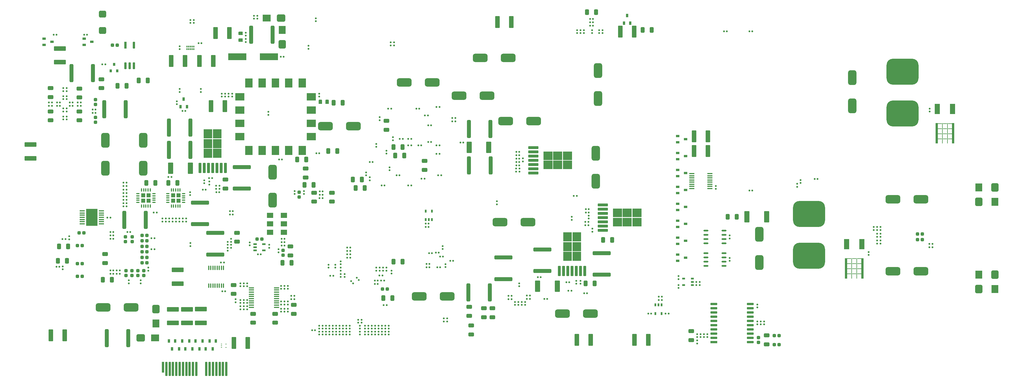
<source format=gbp>
G04*
G04 #@! TF.GenerationSoftware,Altium Limited,Altium Designer,24.1.2 (44)*
G04*
G04 Layer_Color=128*
%FSLAX44Y44*%
%MOMM*%
G71*
G04*
G04 #@! TF.SameCoordinates,140FFB89-E29E-458A-976C-A302E020C20F*
G04*
G04*
G04 #@! TF.FilePolarity,Positive*
G04*
G01*
G75*
%ADD25R,1.2700X0.2540*%
%ADD26R,0.6350X6.0960*%
%ADD27R,0.2540X6.0960*%
%ADD28R,2.7100X2.5750*%
%ADD29R,1.3000X1.3000*%
G04:AMPARAMS|DCode=33|XSize=0.508mm|YSize=0.508mm|CornerRadius=0.1524mm|HoleSize=0mm|Usage=FLASHONLY|Rotation=90.000|XOffset=0mm|YOffset=0mm|HoleType=Round|Shape=RoundedRectangle|*
%AMROUNDEDRECTD33*
21,1,0.5080,0.2032,0,0,90.0*
21,1,0.2032,0.5080,0,0,90.0*
1,1,0.3048,0.1016,0.1016*
1,1,0.3048,0.1016,-0.1016*
1,1,0.3048,-0.1016,-0.1016*
1,1,0.3048,-0.1016,0.1016*
%
%ADD33ROUNDEDRECTD33*%
G04:AMPARAMS|DCode=34|XSize=0.508mm|YSize=0.508mm|CornerRadius=0.1524mm|HoleSize=0mm|Usage=FLASHONLY|Rotation=180.000|XOffset=0mm|YOffset=0mm|HoleType=Round|Shape=RoundedRectangle|*
%AMROUNDEDRECTD34*
21,1,0.5080,0.2032,0,0,180.0*
21,1,0.2032,0.5080,0,0,180.0*
1,1,0.3048,-0.1016,0.1016*
1,1,0.3048,0.1016,0.1016*
1,1,0.3048,0.1016,-0.1016*
1,1,0.3048,-0.1016,-0.1016*
%
%ADD34ROUNDEDRECTD34*%
G04:AMPARAMS|DCode=35|XSize=1.6256mm|YSize=1.1176mm|CornerRadius=0.1397mm|HoleSize=0mm|Usage=FLASHONLY|Rotation=90.000|XOffset=0mm|YOffset=0mm|HoleType=Round|Shape=RoundedRectangle|*
%AMROUNDEDRECTD35*
21,1,1.6256,0.8382,0,0,90.0*
21,1,1.3462,1.1176,0,0,90.0*
1,1,0.2794,0.4191,0.6731*
1,1,0.2794,0.4191,-0.6731*
1,1,0.2794,-0.4191,-0.6731*
1,1,0.2794,-0.4191,0.6731*
%
%ADD35ROUNDEDRECTD35*%
G04:AMPARAMS|DCode=36|XSize=1.143mm|YSize=5.461mm|CornerRadius=0.2858mm|HoleSize=0mm|Usage=FLASHONLY|Rotation=0.000|XOffset=0mm|YOffset=0mm|HoleType=Round|Shape=RoundedRectangle|*
%AMROUNDEDRECTD36*
21,1,1.1430,4.8895,0,0,0.0*
21,1,0.5715,5.4610,0,0,0.0*
1,1,0.5715,0.2858,-2.4448*
1,1,0.5715,-0.2858,-2.4448*
1,1,0.5715,-0.2858,2.4448*
1,1,0.5715,0.2858,2.4448*
%
%ADD36ROUNDEDRECTD36*%
%ADD38R,1.5748X3.0480*%
G04:AMPARAMS|DCode=39|XSize=1.524mm|YSize=0.4064mm|CornerRadius=0.0914mm|HoleSize=0mm|Usage=FLASHONLY|Rotation=180.000|XOffset=0mm|YOffset=0mm|HoleType=Round|Shape=RoundedRectangle|*
%AMROUNDEDRECTD39*
21,1,1.5240,0.2235,0,0,180.0*
21,1,1.3411,0.4064,0,0,180.0*
1,1,0.1829,-0.6706,0.1118*
1,1,0.1829,0.6706,0.1118*
1,1,0.1829,0.6706,-0.1118*
1,1,0.1829,-0.6706,-0.1118*
%
%ADD39ROUNDEDRECTD39*%
G04:AMPARAMS|DCode=40|XSize=1.524mm|YSize=0.4064mm|CornerRadius=0.0305mm|HoleSize=0mm|Usage=FLASHONLY|Rotation=0.000|XOffset=0mm|YOffset=0mm|HoleType=Round|Shape=RoundedRectangle|*
%AMROUNDEDRECTD40*
21,1,1.5240,0.3454,0,0,0.0*
21,1,1.4630,0.4064,0,0,0.0*
1,1,0.0610,0.7315,-0.1727*
1,1,0.0610,-0.7315,-0.1727*
1,1,0.0610,-0.7315,0.1727*
1,1,0.0610,0.7315,0.1727*
%
%ADD40ROUNDEDRECTD40*%
%ADD42R,0.7112X1.0160*%
G04:AMPARAMS|DCode=44|XSize=0.508mm|YSize=0.508mm|CornerRadius=0.127mm|HoleSize=0mm|Usage=FLASHONLY|Rotation=180.000|XOffset=0mm|YOffset=0mm|HoleType=Round|Shape=RoundedRectangle|*
%AMROUNDEDRECTD44*
21,1,0.5080,0.2540,0,0,180.0*
21,1,0.2540,0.5080,0,0,180.0*
1,1,0.2540,-0.1270,0.1270*
1,1,0.2540,0.1270,0.1270*
1,1,0.2540,0.1270,-0.1270*
1,1,0.2540,-0.1270,-0.1270*
%
%ADD44ROUNDEDRECTD44*%
G04:AMPARAMS|DCode=45|XSize=4.4mm|YSize=2.5mm|CornerRadius=0.625mm|HoleSize=0mm|Usage=FLASHONLY|Rotation=270.000|XOffset=0mm|YOffset=0mm|HoleType=Round|Shape=RoundedRectangle|*
%AMROUNDEDRECTD45*
21,1,4.4000,1.2500,0,0,270.0*
21,1,3.1500,2.5000,0,0,270.0*
1,1,1.2500,-0.6250,-1.5750*
1,1,1.2500,-0.6250,1.5750*
1,1,1.2500,0.6250,1.5750*
1,1,1.2500,0.6250,-1.5750*
%
%ADD45ROUNDEDRECTD45*%
G04:AMPARAMS|DCode=46|XSize=0.95mm|YSize=0.95mm|CornerRadius=0.1758mm|HoleSize=0mm|Usage=FLASHONLY|Rotation=270.000|XOffset=0mm|YOffset=0mm|HoleType=Round|Shape=RoundedRectangle|*
%AMROUNDEDRECTD46*
21,1,0.9500,0.5985,0,0,270.0*
21,1,0.5985,0.9500,0,0,270.0*
1,1,0.3515,-0.2993,-0.2993*
1,1,0.3515,-0.2993,0.2993*
1,1,0.3515,0.2993,0.2993*
1,1,0.3515,0.2993,-0.2993*
%
%ADD46ROUNDEDRECTD46*%
G04:AMPARAMS|DCode=47|XSize=1.6256mm|YSize=1.1176mm|CornerRadius=0.1397mm|HoleSize=0mm|Usage=FLASHONLY|Rotation=180.000|XOffset=0mm|YOffset=0mm|HoleType=Round|Shape=RoundedRectangle|*
%AMROUNDEDRECTD47*
21,1,1.6256,0.8382,0,0,180.0*
21,1,1.3462,1.1176,0,0,180.0*
1,1,0.2794,-0.6731,0.4191*
1,1,0.2794,0.6731,0.4191*
1,1,0.2794,0.6731,-0.4191*
1,1,0.2794,-0.6731,-0.4191*
%
%ADD47ROUNDEDRECTD47*%
G04:AMPARAMS|DCode=49|XSize=2.032mm|YSize=0.635mm|CornerRadius=0.0794mm|HoleSize=0mm|Usage=FLASHONLY|Rotation=180.000|XOffset=0mm|YOffset=0mm|HoleType=Round|Shape=RoundedRectangle|*
%AMROUNDEDRECTD49*
21,1,2.0320,0.4763,0,0,180.0*
21,1,1.8733,0.6350,0,0,180.0*
1,1,0.1588,-0.9366,0.2381*
1,1,0.1588,0.9366,0.2381*
1,1,0.1588,0.9366,-0.2381*
1,1,0.1588,-0.9366,-0.2381*
%
%ADD49ROUNDEDRECTD49*%
G04:AMPARAMS|DCode=50|XSize=1.397mm|YSize=3.556mm|CornerRadius=0.1746mm|HoleSize=0mm|Usage=FLASHONLY|Rotation=270.000|XOffset=0mm|YOffset=0mm|HoleType=Round|Shape=RoundedRectangle|*
%AMROUNDEDRECTD50*
21,1,1.3970,3.2068,0,0,270.0*
21,1,1.0478,3.5560,0,0,270.0*
1,1,0.3493,-1.6034,-0.5239*
1,1,0.3493,-1.6034,0.5239*
1,1,0.3493,1.6034,0.5239*
1,1,0.3493,1.6034,-0.5239*
%
%ADD50ROUNDEDRECTD50*%
%ADD51O,1.5000X0.5500*%
G04:AMPARAMS|DCode=52|XSize=3.4544mm|YSize=1.5748mm|CornerRadius=0.2598mm|HoleSize=0mm|Usage=FLASHONLY|Rotation=90.000|XOffset=0mm|YOffset=0mm|HoleType=Round|Shape=RoundedRectangle|*
%AMROUNDEDRECTD52*
21,1,3.4544,1.0551,0,0,90.0*
21,1,2.9347,1.5748,0,0,90.0*
1,1,0.5197,0.5276,1.4674*
1,1,0.5197,0.5276,-1.4674*
1,1,0.5197,-0.5276,-1.4674*
1,1,0.5197,-0.5276,1.4674*
%
%ADD52ROUNDEDRECTD52*%
G04:AMPARAMS|DCode=53|XSize=0.508mm|YSize=0.508mm|CornerRadius=0.127mm|HoleSize=0mm|Usage=FLASHONLY|Rotation=270.000|XOffset=0mm|YOffset=0mm|HoleType=Round|Shape=RoundedRectangle|*
%AMROUNDEDRECTD53*
21,1,0.5080,0.2540,0,0,270.0*
21,1,0.2540,0.5080,0,0,270.0*
1,1,0.2540,-0.1270,-0.1270*
1,1,0.2540,-0.1270,0.1270*
1,1,0.2540,0.1270,0.1270*
1,1,0.2540,0.1270,-0.1270*
%
%ADD53ROUNDEDRECTD53*%
G04:AMPARAMS|DCode=55|XSize=1.27mm|YSize=1.016mm|CornerRadius=0.127mm|HoleSize=0mm|Usage=FLASHONLY|Rotation=180.000|XOffset=0mm|YOffset=0mm|HoleType=Round|Shape=RoundedRectangle|*
%AMROUNDEDRECTD55*
21,1,1.2700,0.7620,0,0,180.0*
21,1,1.0160,1.0160,0,0,180.0*
1,1,0.2540,-0.5080,0.3810*
1,1,0.2540,0.5080,0.3810*
1,1,0.2540,0.5080,-0.3810*
1,1,0.2540,-0.5080,-0.3810*
%
%ADD55ROUNDEDRECTD55*%
G04:AMPARAMS|DCode=66|XSize=3.06mm|YSize=0.89mm|CornerRadius=0.2225mm|HoleSize=0mm|Usage=FLASHONLY|Rotation=0.000|XOffset=0mm|YOffset=0mm|HoleType=Round|Shape=RoundedRectangle|*
%AMROUNDEDRECTD66*
21,1,3.0600,0.4450,0,0,0.0*
21,1,2.6150,0.8900,0,0,0.0*
1,1,0.4450,1.3075,-0.2225*
1,1,0.4450,-1.3075,-0.2225*
1,1,0.4450,-1.3075,0.2225*
1,1,0.4450,1.3075,0.2225*
%
%ADD66ROUNDEDRECTD66*%
G04:AMPARAMS|DCode=67|XSize=4.4mm|YSize=2.5mm|CornerRadius=0.625mm|HoleSize=0mm|Usage=FLASHONLY|Rotation=180.000|XOffset=0mm|YOffset=0mm|HoleType=Round|Shape=RoundedRectangle|*
%AMROUNDEDRECTD67*
21,1,4.4000,1.2500,0,0,180.0*
21,1,3.1500,2.5000,0,0,180.0*
1,1,1.2500,-1.5750,0.6250*
1,1,1.2500,1.5750,0.6250*
1,1,1.2500,1.5750,-0.6250*
1,1,1.2500,-1.5750,-0.6250*
%
%ADD67ROUNDEDRECTD67*%
G04:AMPARAMS|DCode=68|XSize=1.143mm|YSize=5.461mm|CornerRadius=0.2858mm|HoleSize=0mm|Usage=FLASHONLY|Rotation=90.000|XOffset=0mm|YOffset=0mm|HoleType=Round|Shape=RoundedRectangle|*
%AMROUNDEDRECTD68*
21,1,1.1430,4.8895,0,0,90.0*
21,1,0.5715,5.4610,0,0,90.0*
1,1,0.5715,2.4448,0.2858*
1,1,0.5715,2.4448,-0.2858*
1,1,0.5715,-2.4448,-0.2858*
1,1,0.5715,-2.4448,0.2858*
%
%ADD68ROUNDEDRECTD68*%
G04:AMPARAMS|DCode=70|XSize=0.3mm|YSize=0.95mm|CornerRadius=0.0625mm|HoleSize=0mm|Usage=FLASHONLY|Rotation=0.000|XOffset=0mm|YOffset=0mm|HoleType=Round|Shape=RoundedRectangle|*
%AMROUNDEDRECTD70*
21,1,0.3000,0.8250,0,0,0.0*
21,1,0.1750,0.9500,0,0,0.0*
1,1,0.1250,0.0875,-0.4125*
1,1,0.1250,-0.0875,-0.4125*
1,1,0.1250,-0.0875,0.4125*
1,1,0.1250,0.0875,0.4125*
%
%ADD70ROUNDEDRECTD70*%
G04:AMPARAMS|DCode=73|XSize=0.95mm|YSize=0.95mm|CornerRadius=0.1758mm|HoleSize=0mm|Usage=FLASHONLY|Rotation=0.000|XOffset=0mm|YOffset=0mm|HoleType=Round|Shape=RoundedRectangle|*
%AMROUNDEDRECTD73*
21,1,0.9500,0.5985,0,0,0.0*
21,1,0.5985,0.9500,0,0,0.0*
1,1,0.3515,0.2993,-0.2993*
1,1,0.3515,-0.2993,-0.2993*
1,1,0.3515,-0.2993,0.2993*
1,1,0.3515,0.2993,0.2993*
%
%ADD73ROUNDEDRECTD73*%
G04:AMPARAMS|DCode=83|XSize=2.159mm|YSize=2.4638mm|CornerRadius=0.3562mm|HoleSize=0mm|Usage=FLASHONLY|Rotation=90.000|XOffset=0mm|YOffset=0mm|HoleType=Round|Shape=RoundedRectangle|*
%AMROUNDEDRECTD83*
21,1,2.1590,1.7513,0,0,90.0*
21,1,1.4465,2.4638,0,0,90.0*
1,1,0.7125,0.8757,0.7233*
1,1,0.7125,0.8757,-0.7233*
1,1,0.7125,-0.8757,-0.7233*
1,1,0.7125,-0.8757,0.7233*
%
%ADD83ROUNDEDRECTD83*%
%ADD84R,2.4638X2.1590*%
G04:AMPARAMS|DCode=86|XSize=3.429mm|YSize=5.08mm|CornerRadius=0.0857mm|HoleSize=0mm|Usage=FLASHONLY|Rotation=0.000|XOffset=0mm|YOffset=0mm|HoleType=Round|Shape=RoundedRectangle|*
%AMROUNDEDRECTD86*
21,1,3.4290,4.9086,0,0,0.0*
21,1,3.2576,5.0800,0,0,0.0*
1,1,0.1715,1.6288,-2.4543*
1,1,0.1715,-1.6288,-2.4543*
1,1,0.1715,-1.6288,2.4543*
1,1,0.1715,1.6288,2.4543*
%
%ADD86ROUNDEDRECTD86*%
%ADD100R,2.0320X0.6350*%
G04:AMPARAMS|DCode=107|XSize=0.75mm|YSize=0.85mm|CornerRadius=0.055mm|HoleSize=0mm|Usage=FLASHONLY|Rotation=180.000|XOffset=0mm|YOffset=0mm|HoleType=Round|Shape=RoundedRectangle|*
%AMROUNDEDRECTD107*
21,1,0.7500,0.7400,0,0,180.0*
21,1,0.6400,0.8500,0,0,180.0*
1,1,0.1100,-0.3200,0.3700*
1,1,0.1100,0.3200,0.3700*
1,1,0.1100,0.3200,-0.3700*
1,1,0.1100,-0.3200,-0.3700*
%
%ADD107ROUNDEDRECTD107*%
%ADD108R,0.3000X0.5500*%
%ADD109R,0.4000X0.5500*%
%ADD111R,2.1590X2.4638*%
G04:AMPARAMS|DCode=112|XSize=2.159mm|YSize=2.4638mm|CornerRadius=0.3562mm|HoleSize=0mm|Usage=FLASHONLY|Rotation=180.000|XOffset=0mm|YOffset=0mm|HoleType=Round|Shape=RoundedRectangle|*
%AMROUNDEDRECTD112*
21,1,2.1590,1.7513,0,0,180.0*
21,1,1.4465,2.4638,0,0,180.0*
1,1,0.7125,-0.7233,0.8757*
1,1,0.7125,0.7233,0.8757*
1,1,0.7125,0.7233,-0.8757*
1,1,0.7125,-0.7233,-0.8757*
%
%ADD112ROUNDEDRECTD112*%
G04:AMPARAMS|DCode=117|XSize=1.397mm|YSize=3.556mm|CornerRadius=0.1746mm|HoleSize=0mm|Usage=FLASHONLY|Rotation=0.000|XOffset=0mm|YOffset=0mm|HoleType=Round|Shape=RoundedRectangle|*
%AMROUNDEDRECTD117*
21,1,1.3970,3.2068,0,0,0.0*
21,1,1.0478,3.5560,0,0,0.0*
1,1,0.3493,0.5239,-1.6034*
1,1,0.3493,-0.5239,-1.6034*
1,1,0.3493,-0.5239,1.6034*
1,1,0.3493,0.5239,1.6034*
%
%ADD117ROUNDEDRECTD117*%
G04:AMPARAMS|DCode=118|XSize=0.3mm|YSize=0.95mm|CornerRadius=0.0625mm|HoleSize=0mm|Usage=FLASHONLY|Rotation=90.000|XOffset=0mm|YOffset=0mm|HoleType=Round|Shape=RoundedRectangle|*
%AMROUNDEDRECTD118*
21,1,0.3000,0.8250,0,0,90.0*
21,1,0.1750,0.9500,0,0,90.0*
1,1,0.1250,0.4125,0.0875*
1,1,0.1250,0.4125,-0.0875*
1,1,0.1250,-0.4125,-0.0875*
1,1,0.1250,-0.4125,0.0875*
%
%ADD118ROUNDEDRECTD118*%
G04:AMPARAMS|DCode=119|XSize=0.7mm|YSize=4.2mm|CornerRadius=0.0875mm|HoleSize=0mm|Usage=FLASHONLY|Rotation=0.000|XOffset=0mm|YOffset=0mm|HoleType=Round|Shape=RoundedRectangle|*
%AMROUNDEDRECTD119*
21,1,0.7000,4.0250,0,0,0.0*
21,1,0.5250,4.2000,0,0,0.0*
1,1,0.1750,0.2625,-2.0125*
1,1,0.1750,-0.2625,-2.0125*
1,1,0.1750,-0.2625,2.0125*
1,1,0.1750,0.2625,2.0125*
%
%ADD119ROUNDEDRECTD119*%
%ADD332R,1.0160X0.7112*%
G04:AMPARAMS|DCode=335|XSize=1.27mm|YSize=1.016mm|CornerRadius=0.127mm|HoleSize=0mm|Usage=FLASHONLY|Rotation=90.000|XOffset=0mm|YOffset=0mm|HoleType=Round|Shape=RoundedRectangle|*
%AMROUNDEDRECTD335*
21,1,1.2700,0.7620,0,0,90.0*
21,1,1.0160,1.0160,0,0,90.0*
1,1,0.2540,0.3810,0.5080*
1,1,0.2540,0.3810,-0.5080*
1,1,0.2540,-0.3810,-0.5080*
1,1,0.2540,-0.3810,0.5080*
%
%ADD335ROUNDEDRECTD335*%
G04:AMPARAMS|DCode=338|XSize=3.06mm|YSize=0.89mm|CornerRadius=0.2225mm|HoleSize=0mm|Usage=FLASHONLY|Rotation=90.000|XOffset=0mm|YOffset=0mm|HoleType=Round|Shape=RoundedRectangle|*
%AMROUNDEDRECTD338*
21,1,3.0600,0.4450,0,0,90.0*
21,1,2.6150,0.8900,0,0,90.0*
1,1,0.4450,0.2225,1.3075*
1,1,0.4450,0.2225,-1.3075*
1,1,0.4450,-0.2225,-1.3075*
1,1,0.4450,-0.2225,1.3075*
%
%ADD338ROUNDEDRECTD338*%
G04:AMPARAMS|DCode=341|XSize=2.032mm|YSize=0.635mm|CornerRadius=0.0794mm|HoleSize=0mm|Usage=FLASHONLY|Rotation=270.000|XOffset=0mm|YOffset=0mm|HoleType=Round|Shape=RoundedRectangle|*
%AMROUNDEDRECTD341*
21,1,2.0320,0.4763,0,0,270.0*
21,1,1.8733,0.6350,0,0,270.0*
1,1,0.1588,-0.2381,-0.9366*
1,1,0.1588,-0.2381,0.9366*
1,1,0.1588,0.2381,0.9366*
1,1,0.1588,0.2381,-0.9366*
%
%ADD341ROUNDEDRECTD341*%
G04:AMPARAMS|DCode=342|XSize=0.508mm|YSize=0.508mm|CornerRadius=0.127mm|HoleSize=0mm|Usage=FLASHONLY|Rotation=45.000|XOffset=0mm|YOffset=0mm|HoleType=Round|Shape=RoundedRectangle|*
%AMROUNDEDRECTD342*
21,1,0.5080,0.2540,0,0,45.0*
21,1,0.2540,0.5080,0,0,45.0*
1,1,0.2540,0.1796,0.0000*
1,1,0.2540,0.0000,-0.1796*
1,1,0.2540,-0.1796,0.0000*
1,1,0.2540,0.0000,0.1796*
%
%ADD342ROUNDEDRECTD342*%
%ADD343R,1.0160X0.6096*%
%ADD345R,5.5000X2.0000*%
G04:AMPARAMS|DCode=347|XSize=7.8mm|YSize=9.6mm|CornerRadius=1.95mm|HoleSize=0mm|Usage=FLASHONLY|Rotation=90.000|XOffset=0mm|YOffset=0mm|HoleType=Round|Shape=RoundedRectangle|*
%AMROUNDEDRECTD347*
21,1,7.8000,5.7000,0,0,90.0*
21,1,3.9000,9.6000,0,0,90.0*
1,1,3.9000,2.8500,1.9500*
1,1,3.9000,2.8500,-1.9500*
1,1,3.9000,-2.8500,-1.9500*
1,1,3.9000,-2.8500,1.9500*
%
%ADD347ROUNDEDRECTD347*%
%ADD348R,0.6350X2.0320*%
G04:AMPARAMS|DCode=350|XSize=0.7mm|YSize=3.2mm|CornerRadius=0.035mm|HoleSize=0mm|Usage=FLASHONLY|Rotation=180.000|XOffset=0mm|YOffset=0mm|HoleType=Round|Shape=RoundedRectangle|*
%AMROUNDEDRECTD350*
21,1,0.7000,3.1300,0,0,180.0*
21,1,0.6300,3.2000,0,0,180.0*
1,1,0.0700,-0.3150,1.5650*
1,1,0.0700,0.3150,1.5650*
1,1,0.0700,0.3150,-1.5650*
1,1,0.0700,-0.3150,-1.5650*
%
%ADD350ROUNDEDRECTD350*%
%ADD371R,2.5750X2.7100*%
%ADD372R,1.3000X1.3000*%
%ADD373R,1.3000X1.3000*%
%ADD374R,1.9000X1.5000*%
%ADD375R,0.5000X0.9500*%
G04:AMPARAMS|DCode=376|XSize=0.36mm|YSize=1.55mm|CornerRadius=0.016mm|HoleSize=0mm|Usage=FLASHONLY|Rotation=270.000|XOffset=0mm|YOffset=0mm|HoleType=Round|Shape=RoundedRectangle|*
%AMROUNDEDRECTD376*
21,1,0.3600,1.5180,0,0,270.0*
21,1,0.3280,1.5500,0,0,270.0*
1,1,0.0320,-0.7590,-0.1640*
1,1,0.0320,-0.7590,0.1640*
1,1,0.0320,0.7590,0.1640*
1,1,0.0320,0.7590,-0.1640*
%
%ADD376ROUNDEDRECTD376*%
%ADD377R,0.9500X0.5000*%
%ADD378O,0.3500X1.5000*%
%ADD379R,2.2500X2.7500*%
%ADD380R,2.7500X2.2500*%
G04:AMPARAMS|DCode=381|XSize=2.21mm|YSize=2.11mm|CornerRadius=0.515mm|HoleSize=0mm|Usage=FLASHONLY|Rotation=0.000|XOffset=0mm|YOffset=0mm|HoleType=Round|Shape=RoundedRectangle|*
%AMROUNDEDRECTD381*
21,1,2.2100,1.0800,0,0,0.0*
21,1,1.1800,2.1100,0,0,0.0*
1,1,1.0300,0.5900,-0.5400*
1,1,1.0300,-0.5900,-0.5400*
1,1,1.0300,-0.5900,0.5400*
1,1,1.0300,0.5900,0.5400*
%
%ADD381ROUNDEDRECTD381*%
G04:AMPARAMS|DCode=382|XSize=0.25mm|YSize=0.4mm|CornerRadius=0.05mm|HoleSize=0mm|Usage=FLASHONLY|Rotation=270.000|XOffset=0mm|YOffset=0mm|HoleType=Round|Shape=RoundedRectangle|*
%AMROUNDEDRECTD382*
21,1,0.2500,0.3000,0,0,270.0*
21,1,0.1500,0.4000,0,0,270.0*
1,1,0.1000,-0.1500,-0.0750*
1,1,0.1000,-0.1500,0.0750*
1,1,0.1000,0.1500,0.0750*
1,1,0.1000,0.1500,-0.0750*
%
%ADD382ROUNDEDRECTD382*%
D25*
X2543810Y289560D02*
D03*
X2528570D02*
D03*
X2513330D02*
D03*
X2543810Y274320D02*
D03*
X2528570D02*
D03*
X2513330D02*
D03*
X2543810Y259080D02*
D03*
X2528570D02*
D03*
X2513330D02*
D03*
X2543810Y243840D02*
D03*
X2528570D02*
D03*
X2513330D02*
D03*
X2785111Y648970D02*
D03*
X2800351D02*
D03*
X2815591D02*
D03*
X2785111Y664210D02*
D03*
X2800351D02*
D03*
X2815591D02*
D03*
X2785111Y679450D02*
D03*
X2800351D02*
D03*
X2815591D02*
D03*
X2785111Y694690D02*
D03*
X2800351D02*
D03*
X2815591D02*
D03*
D26*
X2503805Y260350D02*
D03*
X2553335D02*
D03*
X2825116Y665480D02*
D03*
X2775586D02*
D03*
D27*
X2520950Y260350D02*
D03*
X2536190D02*
D03*
X2807971Y665480D02*
D03*
X2792731D02*
D03*
D28*
X1847850Y426623D02*
D03*
X1818757Y426630D02*
D03*
X1876950Y426623D02*
D03*
X1876943Y398870D02*
D03*
X1818743Y398870D02*
D03*
X1847850Y398877D02*
D03*
X1639556Y598080D02*
D03*
X1610470Y598093D02*
D03*
X1668683Y598080D02*
D03*
X1668670Y570307D02*
D03*
X1610484Y570321D02*
D03*
X1639556Y570320D02*
D03*
D29*
X502786Y479482D02*
D03*
Y463483D02*
D03*
X486787D02*
D03*
Y479482D02*
D03*
D33*
X1919655Y124450D02*
D03*
X1910765Y124450D02*
D03*
X1962835D02*
D03*
X1971725D02*
D03*
X1332865Y701040D02*
D03*
X1326515Y283210D02*
D03*
X514985Y732790D02*
D03*
X1332865Y711200D02*
D03*
X1524635Y579120D02*
D03*
X1731645Y400050D02*
D03*
X1680845Y193040D02*
D03*
X1727835Y185371D02*
D03*
X1547495Y179105D02*
D03*
X1501140Y177835D02*
D03*
X1547495Y168945D02*
D03*
X1501140Y167675D02*
D03*
X625092Y488292D02*
D03*
X603502Y531218D02*
D03*
X338455Y486410D02*
D03*
Y496570D02*
D03*
Y517039D02*
D03*
Y506880D02*
D03*
X850265Y177800D02*
D03*
X657225Y431800D02*
D03*
X338455Y476250D02*
D03*
Y466090D02*
D03*
Y445919D02*
D03*
Y455930D02*
D03*
X2753995Y334010D02*
D03*
X2762885D02*
D03*
Y323850D02*
D03*
X2753995D02*
D03*
X1317625Y283210D02*
D03*
X657225Y421640D02*
D03*
X666115D02*
D03*
Y431800D02*
D03*
X925195Y605790D02*
D03*
X916305D02*
D03*
X925830Y471170D02*
D03*
X934720D02*
D03*
X1323975Y711200D02*
D03*
Y701040D02*
D03*
X1731645Y389890D02*
D03*
X1722755D02*
D03*
Y400050D02*
D03*
X1732915Y427990D02*
D03*
X1724025D02*
D03*
X1515745Y579120D02*
D03*
X1524635Y568960D02*
D03*
X1515745D02*
D03*
X1524635Y589280D02*
D03*
X1515745D02*
D03*
X1524635Y599440D02*
D03*
X1515745D02*
D03*
X523875Y732790D02*
D03*
X283845Y872490D02*
D03*
X274955D02*
D03*
X572135Y935990D02*
D03*
X563245D02*
D03*
X146050Y265430D02*
D03*
X137160D02*
D03*
X164465Y347980D02*
D03*
X155575D02*
D03*
X137795Y961390D02*
D03*
X128905D02*
D03*
X347345Y476250D02*
D03*
Y455930D02*
D03*
Y496570D02*
D03*
Y445919D02*
D03*
Y486410D02*
D03*
Y466090D02*
D03*
Y506880D02*
D03*
Y517039D02*
D03*
X616202Y488292D02*
D03*
X584452Y495912D02*
D03*
X575562D02*
D03*
X594612Y531218D02*
D03*
X2418715Y528320D02*
D03*
X2409825D02*
D03*
X2223135Y494030D02*
D03*
X2214245D02*
D03*
X2146935Y971550D02*
D03*
X2138045D02*
D03*
X2223135D02*
D03*
X2214245D02*
D03*
X220345Y961390D02*
D03*
X229235D02*
D03*
X841375Y167640D02*
D03*
X850265D02*
D03*
X841375Y177800D02*
D03*
X1718945Y185371D02*
D03*
X1556385Y179105D02*
D03*
Y168945D02*
D03*
X1671955Y193040D02*
D03*
X1599549Y168945D02*
D03*
X1608439D02*
D03*
X1492250Y177835D02*
D03*
Y167675D02*
D03*
D34*
X1774190Y965835D02*
D03*
X1742440D02*
D03*
X1764030D02*
D03*
X1718310D02*
D03*
X1708150D02*
D03*
X1697990D02*
D03*
X2001520Y236855D02*
D03*
Y201295D02*
D03*
X1681480Y405765D02*
D03*
X772160Y729615D02*
D03*
X1535430Y581025D02*
D03*
X1525270Y550545D02*
D03*
X1139190Y929005D02*
D03*
X1732280Y409575D02*
D03*
X1708150Y214200D02*
D03*
X1524000Y206410D02*
D03*
X1521460Y159420D02*
D03*
X1541780D02*
D03*
X1531620D02*
D03*
X1511300Y159420D02*
D03*
X1297940Y100965D02*
D03*
X739140Y1009015D02*
D03*
X625727Y499087D02*
D03*
X525780Y400685D02*
D03*
X515620D02*
D03*
X505460D02*
D03*
X660400Y348615D02*
D03*
X464820Y400685D02*
D03*
X485140D02*
D03*
X474980D02*
D03*
X454660D02*
D03*
X495300D02*
D03*
X175260Y356235D02*
D03*
X650240Y321945D02*
D03*
X156210Y257175D02*
D03*
X728980Y1009015D02*
D03*
X506730Y917575D02*
D03*
Y926465D02*
D03*
X664210Y784225D02*
D03*
Y775335D02*
D03*
X674370Y158750D02*
D03*
Y167640D02*
D03*
X892810Y927735D02*
D03*
Y918845D02*
D03*
X538480Y335915D02*
D03*
Y327025D02*
D03*
X1297940Y109855D02*
D03*
X1308100Y100965D02*
D03*
Y109855D02*
D03*
X1457440Y461374D02*
D03*
Y452484D02*
D03*
X1743710Y370205D02*
D03*
Y379095D02*
D03*
X1681480Y414655D02*
D03*
X1732280Y418465D02*
D03*
X1525270Y559435D02*
D03*
X1515110Y550545D02*
D03*
Y559435D02*
D03*
X1535430Y589915D02*
D03*
X1708150Y974725D02*
D03*
X1742440D02*
D03*
X1718310D02*
D03*
X1697990D02*
D03*
X1774190D02*
D03*
X1764030D02*
D03*
X650240Y313055D02*
D03*
X660400Y321945D02*
D03*
Y330835D02*
D03*
X650240D02*
D03*
Y339725D02*
D03*
X660400D02*
D03*
X2057400Y43815D02*
D03*
Y34925D02*
D03*
X2001520Y210185D02*
D03*
Y227965D02*
D03*
X1149350Y929005D02*
D03*
Y937895D02*
D03*
X1139190D02*
D03*
X772160Y720725D02*
D03*
X642620Y784225D02*
D03*
Y775335D02*
D03*
X652977Y784225D02*
D03*
Y775335D02*
D03*
X728980Y1017905D02*
D03*
X739140D02*
D03*
X548640Y996315D02*
D03*
Y1005205D02*
D03*
X538480Y996315D02*
D03*
Y1005205D02*
D03*
X156210Y266065D02*
D03*
X175260Y347345D02*
D03*
X1112557Y79443D02*
D03*
Y88333D02*
D03*
X454660Y409575D02*
D03*
X464820D02*
D03*
X474980D02*
D03*
X485140D02*
D03*
X495300D02*
D03*
X505460D02*
D03*
X515620D02*
D03*
X525780D02*
D03*
X625727Y507977D02*
D03*
X615567Y499087D02*
D03*
Y507977D02*
D03*
X595247Y511787D02*
D03*
Y520677D02*
D03*
X2357120Y513715D02*
D03*
Y504825D02*
D03*
X2367280Y525145D02*
D03*
Y516255D02*
D03*
X2237740Y142875D02*
D03*
Y151765D02*
D03*
X2597150Y343535D02*
D03*
Y334645D02*
D03*
X2596896Y363855D02*
D03*
X2596896Y354965D02*
D03*
X2596896Y375331D02*
D03*
Y384221D02*
D03*
X2586990Y375331D02*
D03*
Y384221D02*
D03*
X2754530Y739267D02*
D03*
Y730377D02*
D03*
X1524000Y215300D02*
D03*
X1695450Y223090D02*
D03*
Y214200D02*
D03*
X1708150Y223090D02*
D03*
X1541780Y150530D02*
D03*
X1511300D02*
D03*
X1521460D02*
D03*
X1531620D02*
D03*
X965200Y88265D02*
D03*
Y79375D02*
D03*
X955040Y88265D02*
D03*
Y79375D02*
D03*
X1132840Y88265D02*
D03*
Y79375D02*
D03*
X1122680Y88265D02*
D03*
Y79375D02*
D03*
X1102360Y88265D02*
D03*
Y79375D02*
D03*
X1092200Y88265D02*
D03*
Y79375D02*
D03*
X1061720Y88265D02*
D03*
Y79375D02*
D03*
X1071880Y88265D02*
D03*
Y79375D02*
D03*
X1082040Y88265D02*
D03*
Y79375D02*
D03*
X924560Y88265D02*
D03*
Y79375D02*
D03*
X934720Y88265D02*
D03*
Y79375D02*
D03*
X944880Y88265D02*
D03*
Y79375D02*
D03*
X975360Y88265D02*
D03*
Y79375D02*
D03*
X985520Y88265D02*
D03*
Y79375D02*
D03*
X995680Y88265D02*
D03*
Y79375D02*
D03*
X1005840Y88265D02*
D03*
Y79375D02*
D03*
X1016000Y88265D02*
D03*
Y79375D02*
D03*
X1051560Y106045D02*
D03*
Y97155D02*
D03*
X1041400Y106045D02*
D03*
Y97155D02*
D03*
D35*
X814578Y276860D02*
D03*
X841502D02*
D03*
X1727708Y1028700D02*
D03*
X968248Y756920D02*
D03*
X1052322Y527050D02*
D03*
X880618Y510540D02*
D03*
X859028Y586740D02*
D03*
X1894078Y975360D02*
D03*
X1754632Y1028700D02*
D03*
X1174462Y624000D02*
D03*
X1179462Y599000D02*
D03*
X1802384Y345440D02*
D03*
X1750314Y214835D02*
D03*
X1174242Y280670D02*
D03*
X1116838Y171450D02*
D03*
X995172Y756920D02*
D03*
X978662Y612140D02*
D03*
X885952Y586740D02*
D03*
X1034288Y501650D02*
D03*
X1025398Y527050D02*
D03*
X907542Y510540D02*
D03*
X384048Y824230D02*
D03*
X347472Y807720D02*
D03*
X499489Y516232D02*
D03*
X406908Y516890D02*
D03*
X141478Y283210D02*
D03*
X172212Y326390D02*
D03*
X276098Y226060D02*
D03*
X1147538Y624000D02*
D03*
X1152538Y599000D02*
D03*
X1061212Y501650D02*
D03*
X1775460Y345440D02*
D03*
X951738Y612140D02*
D03*
X1921002Y975360D02*
D03*
X303022Y226060D02*
D03*
X168402Y283210D02*
D03*
X145288Y326390D02*
D03*
X320548Y807720D02*
D03*
X433832Y516890D02*
D03*
X472565Y516232D02*
D03*
X410972Y824230D02*
D03*
X2149348Y415290D02*
D03*
X2176272D02*
D03*
X1723390Y214835D02*
D03*
X1143762Y171450D02*
D03*
X1147318Y280670D02*
D03*
D36*
X785368Y961390D02*
D03*
X1438148Y678180D02*
D03*
X1438402Y568960D02*
D03*
X1371854Y187995D02*
D03*
X720852Y961390D02*
D03*
X280162Y737870D02*
D03*
X182372Y845820D02*
D03*
X538605Y682602D02*
D03*
Y615292D02*
D03*
X340739Y405742D02*
D03*
X1373632Y678180D02*
D03*
X1373886Y568960D02*
D03*
X405255Y405742D02*
D03*
X246888Y845820D02*
D03*
X344678Y737870D02*
D03*
X474089Y615292D02*
D03*
Y682602D02*
D03*
X352298Y51083D02*
D03*
X287782D02*
D03*
X1436370Y187995D02*
D03*
D38*
X2551430Y332994D02*
D03*
X2505710D02*
D03*
X2777490Y738124D02*
D03*
X2823210D02*
D03*
D39*
X272029Y413258D02*
D03*
X796960Y143470D02*
D03*
Y201970D02*
D03*
Y149970D02*
D03*
Y162970D02*
D03*
X214028Y426258D02*
D03*
X214028Y419758D02*
D03*
X214028Y413258D02*
D03*
X214028Y432758D02*
D03*
X214028Y393758D02*
D03*
X214028Y400258D02*
D03*
X214028Y406758D02*
D03*
X272029Y393758D02*
D03*
X272029Y400258D02*
D03*
X272029Y406758D02*
D03*
X272029Y419758D02*
D03*
X272028Y426258D02*
D03*
X796960Y156470D02*
D03*
Y169470D02*
D03*
Y175970D02*
D03*
X721960Y201970D02*
D03*
Y195470D02*
D03*
X721960Y188970D02*
D03*
X721960Y149970D02*
D03*
Y156470D02*
D03*
Y162970D02*
D03*
Y169470D02*
D03*
Y175970D02*
D03*
X721960Y182470D02*
D03*
X796960Y188970D02*
D03*
X796960Y195470D02*
D03*
X796960Y182470D02*
D03*
D40*
X272028Y432758D02*
D03*
X721960Y143470D02*
D03*
D42*
X1847850Y1018794D02*
D03*
X509397Y744982D02*
D03*
X1857248Y995426D02*
D03*
X518795Y768350D02*
D03*
X1838452Y995426D02*
D03*
X528193Y744982D02*
D03*
X596392Y42164D02*
D03*
X605790Y18796D02*
D03*
X615188Y42164D02*
D03*
X535432D02*
D03*
X544830Y18796D02*
D03*
X554228Y42164D02*
D03*
X584708Y18796D02*
D03*
X575310Y42164D02*
D03*
X565912Y18796D02*
D03*
X523748D02*
D03*
X514350Y42164D02*
D03*
X504952Y18796D02*
D03*
X474472Y42164D02*
D03*
X483870Y18796D02*
D03*
X493268Y42164D02*
D03*
D44*
X2065020Y210185D02*
D03*
X2054675D02*
D03*
X1302890Y272985D02*
D03*
X1106000Y704555D02*
D03*
X914400Y1010285D02*
D03*
X704850Y939165D02*
D03*
X497840Y752475D02*
D03*
X1096000Y624555D02*
D03*
X1126000Y613445D02*
D03*
X1065530Y548005D02*
D03*
X878840Y483235D02*
D03*
X850900Y492125D02*
D03*
X802640Y308610D02*
D03*
X810260Y139065D02*
D03*
X820420D02*
D03*
X830580D02*
D03*
X704850Y967105D02*
D03*
X1106000Y713445D02*
D03*
X1146000Y644555D02*
D03*
X1096000Y633445D02*
D03*
X1126000Y604555D02*
D03*
X1136000Y563445D02*
D03*
X1065530Y539115D02*
D03*
X1076000Y533445D02*
D03*
X2065020Y219075D02*
D03*
X2054675D02*
D03*
X2087880Y53975D02*
D03*
X2067560D02*
D03*
X2077720D02*
D03*
X2057400D02*
D03*
X1294890Y326922D02*
D03*
X1302890Y264095D02*
D03*
X1126490Y253365D02*
D03*
X1116330D02*
D03*
X1106170D02*
D03*
X1096010D02*
D03*
X1141730Y244475D02*
D03*
X1112557Y61663D02*
D03*
X1122680Y61595D02*
D03*
X1132840D02*
D03*
X1102360D02*
D03*
X1092200D02*
D03*
X1071880D02*
D03*
X1082040D02*
D03*
X1061720D02*
D03*
X914400Y1001395D02*
D03*
X924560Y784225D02*
D03*
X704850Y958215D02*
D03*
Y948055D02*
D03*
X632460Y784225D02*
D03*
X878840Y492125D02*
D03*
X850900Y483235D02*
D03*
X570230Y798440D02*
D03*
X506730D02*
D03*
X497840Y761365D02*
D03*
X167640Y800735D02*
D03*
X157480D02*
D03*
X167640Y767715D02*
D03*
Y739775D02*
D03*
X157480Y767715D02*
D03*
Y739775D02*
D03*
X580007Y515597D02*
D03*
X538097Y488927D02*
D03*
X167640Y706755D02*
D03*
X157480D02*
D03*
X989330Y281305D02*
D03*
X972820Y262255D02*
D03*
X989330Y253365D02*
D03*
X952500Y262255D02*
D03*
X1000760Y243205D02*
D03*
X989330D02*
D03*
X774700Y330835D02*
D03*
X802640Y317500D02*
D03*
X716860Y329146D02*
D03*
X1016000Y61595D02*
D03*
X1005840D02*
D03*
X1046480D02*
D03*
X995680D02*
D03*
X975360D02*
D03*
X965200D02*
D03*
X985520D02*
D03*
X955040D02*
D03*
X944880D02*
D03*
X830580Y207645D02*
D03*
X820420D02*
D03*
X810260D02*
D03*
X830580Y160655D02*
D03*
Y130175D02*
D03*
X820420Y160655D02*
D03*
Y130175D02*
D03*
X934720Y61595D02*
D03*
X924560D02*
D03*
X810260Y160655D02*
D03*
Y130175D02*
D03*
X412750Y253365D02*
D03*
X389890Y215265D02*
D03*
X354330D02*
D03*
X774700Y321945D02*
D03*
X2155190Y282575D02*
D03*
Y291465D02*
D03*
Y349885D02*
D03*
Y358775D02*
D03*
X1136000Y554555D02*
D03*
X975360Y70485D02*
D03*
X1076000Y524555D02*
D03*
X1146000Y653445D02*
D03*
X580007Y524487D02*
D03*
X538097Y480037D02*
D03*
X1141730Y253365D02*
D03*
X972820Y271145D02*
D03*
X952500D02*
D03*
X716860Y338036D02*
D03*
X632460Y775335D02*
D03*
X924560D02*
D03*
X506730Y789550D02*
D03*
X570230D02*
D03*
X412750Y262255D02*
D03*
X389890Y224155D02*
D03*
X354330D02*
D03*
X157480Y730885D02*
D03*
X167640Y715645D02*
D03*
X157480D02*
D03*
X167640Y776605D02*
D03*
Y730885D02*
D03*
X157480Y776605D02*
D03*
X167640Y791845D02*
D03*
X157480D02*
D03*
X1046480Y70485D02*
D03*
Y79375D02*
D03*
Y88265D02*
D03*
X1294890Y318032D02*
D03*
X2571750Y309245D02*
D03*
Y300355D02*
D03*
X2113200Y507365D02*
D03*
Y498475D02*
D03*
X830580Y198755D02*
D03*
Y151765D02*
D03*
X820420Y198755D02*
D03*
Y151765D02*
D03*
X810260Y198755D02*
D03*
X688340Y215265D02*
D03*
Y206375D02*
D03*
X810260Y151765D02*
D03*
X708660Y215265D02*
D03*
Y206375D02*
D03*
X698500Y215265D02*
D03*
Y206375D02*
D03*
X688340Y165379D02*
D03*
Y156489D02*
D03*
X708660Y165379D02*
D03*
Y156489D02*
D03*
X698500Y165379D02*
D03*
Y156489D02*
D03*
X708660Y146329D02*
D03*
Y137439D02*
D03*
X688340Y146329D02*
D03*
Y137439D02*
D03*
X698500Y146329D02*
D03*
Y137439D02*
D03*
X2057400Y62865D02*
D03*
X2067560D02*
D03*
X2237740Y100965D02*
D03*
Y92075D02*
D03*
X2258060D02*
D03*
Y100965D02*
D03*
X2247900D02*
D03*
Y92075D02*
D03*
X2077720Y62865D02*
D03*
X2087880D02*
D03*
X2607310Y343535D02*
D03*
Y334645D02*
D03*
Y363900D02*
D03*
Y355010D02*
D03*
Y375331D02*
D03*
Y384221D02*
D03*
X1000760Y234315D02*
D03*
X1126490Y262255D02*
D03*
X1116330D02*
D03*
X1106170D02*
D03*
X1096010D02*
D03*
X989330Y234315D02*
D03*
Y272415D02*
D03*
Y262255D02*
D03*
X965200Y70485D02*
D03*
X955040D02*
D03*
X1132840D02*
D03*
X1122680D02*
D03*
X1112557Y70553D02*
D03*
X1102360Y70485D02*
D03*
X1092200D02*
D03*
X1061720D02*
D03*
X1071880D02*
D03*
X1082040D02*
D03*
X924560D02*
D03*
X934720D02*
D03*
X944880D02*
D03*
X985520D02*
D03*
X1016000D02*
D03*
X995680D02*
D03*
X1005840D02*
D03*
D45*
X1753870Y521790D02*
D03*
X1760220Y769620D02*
D03*
X1753870Y605790D02*
D03*
X397127Y644682D02*
D03*
X284097D02*
D03*
X784860Y464820D02*
D03*
Y548820D02*
D03*
X397127Y560682D02*
D03*
X284097D02*
D03*
X2244090Y278130D02*
D03*
Y362130D02*
D03*
X2522220Y748030D02*
D03*
Y832030D02*
D03*
X1760220Y853620D02*
D03*
D46*
X1128660Y198120D02*
D03*
X204840Y367030D02*
D03*
X199760Y328930D02*
D03*
Y274320D02*
D03*
Y236220D02*
D03*
X219340Y367030D02*
D03*
X214260Y328930D02*
D03*
Y274320D02*
D03*
Y236220D02*
D03*
X738240Y347980D02*
D03*
X752740D02*
D03*
X408570Y326390D02*
D03*
X394070D02*
D03*
X408570Y309880D02*
D03*
X394070D02*
D03*
X408570Y293370D02*
D03*
X394070D02*
D03*
X408570Y276860D02*
D03*
X394070D02*
D03*
X408570Y359410D02*
D03*
X394070D02*
D03*
X408570Y342900D02*
D03*
X394070D02*
D03*
X319670Y929640D02*
D03*
X305170D02*
D03*
X2303410Y58420D02*
D03*
X2288910D02*
D03*
X2303410Y31750D02*
D03*
X2288910D02*
D03*
X2732659Y346710D02*
D03*
X2718181D02*
D03*
X2732659Y363220D02*
D03*
X2718181D02*
D03*
X1114160Y198120D02*
D03*
D47*
X1126000Y675538D02*
D03*
X1241000Y582462D02*
D03*
X883920Y532638D02*
D03*
X792480Y123952D02*
D03*
X1126000Y702462D02*
D03*
X1241000Y555538D02*
D03*
X2039620Y44958D02*
D03*
X1418620Y113733D02*
D03*
X1444020Y113653D02*
D03*
X1374170Y144467D02*
D03*
X1380520Y61663D02*
D03*
X883920Y559562D02*
D03*
X643507Y499468D02*
D03*
X271780Y827532D02*
D03*
X205740Y799592D02*
D03*
X119380Y800862D02*
D03*
X205740Y704088D02*
D03*
X119380D02*
D03*
X962660Y460248D02*
D03*
X909320D02*
D03*
X678050Y367053D02*
D03*
X838200Y298958D02*
D03*
X848360Y123698D02*
D03*
X792480Y97028D02*
D03*
X283210Y303022D02*
D03*
Y276098D02*
D03*
X838200Y325882D02*
D03*
X962660Y487172D02*
D03*
X909320D02*
D03*
X678050Y340129D02*
D03*
X205740Y772668D02*
D03*
X271780Y800608D02*
D03*
X643507Y526393D02*
D03*
X119380Y731012D02*
D03*
X205740D02*
D03*
X119380Y773938D02*
D03*
X848360Y150622D02*
D03*
X668020Y210312D02*
D03*
Y183388D02*
D03*
X726440Y123952D02*
D03*
Y97028D02*
D03*
X2265680Y32258D02*
D03*
Y59182D02*
D03*
X2039620Y71882D02*
D03*
X1374170Y117543D02*
D03*
X1418620Y140657D02*
D03*
X1444020Y140577D02*
D03*
X1380520Y88587D02*
D03*
D49*
X2107835Y153670D02*
D03*
X2107708Y52070D02*
D03*
X2216928Y153670D02*
D03*
Y140970D02*
D03*
Y128270D02*
D03*
Y115570D02*
D03*
Y102870D02*
D03*
Y90170D02*
D03*
X2107835Y140970D02*
D03*
Y128270D02*
D03*
Y115570D02*
D03*
X2107835Y102870D02*
D03*
X2107835Y90170D02*
D03*
X2216928Y39370D02*
D03*
X2107835Y64770D02*
D03*
Y77470D02*
D03*
X2216928D02*
D03*
Y64770D02*
D03*
Y52070D02*
D03*
D50*
X528320Y137414D02*
D03*
Y96266D02*
D03*
X570230Y137668D02*
D03*
Y96520D02*
D03*
X147320Y878586D02*
D03*
X59690Y631444D02*
D03*
X500380Y255524D02*
D03*
X59690Y590296D02*
D03*
X147320Y919734D02*
D03*
X500380Y214376D02*
D03*
X486410Y96266D02*
D03*
Y137414D02*
D03*
D51*
X2083740Y335280D02*
D03*
X2083740Y267970D02*
D03*
X2083740Y373380D02*
D03*
X2083740Y306070D02*
D03*
X2137740D02*
D03*
Y293370D02*
D03*
Y280670D02*
D03*
Y267970D02*
D03*
X2083740Y293370D02*
D03*
Y280670D02*
D03*
X2137740Y373380D02*
D03*
Y360680D02*
D03*
Y347980D02*
D03*
Y335280D02*
D03*
X2083740Y360680D02*
D03*
Y347980D02*
D03*
D52*
X1579626Y206825D02*
D03*
X1638554D02*
D03*
X1374140Y623570D02*
D03*
X1433068D02*
D03*
X538351Y560682D02*
D03*
X479423D02*
D03*
X2207006Y415290D02*
D03*
X2265934D02*
D03*
D53*
X1127125Y149860D02*
D03*
X1118235D02*
D03*
X1942515Y165089D02*
D03*
X1951405Y165090D02*
D03*
X1942515Y175250D02*
D03*
X1951405Y175250D02*
D03*
X639445Y278130D02*
D03*
X630555D02*
D03*
X1736725Y998335D02*
D03*
Y1008380D02*
D03*
Y988060D02*
D03*
X1285445Y744000D02*
D03*
X1241555Y719000D02*
D03*
X1251555Y689000D02*
D03*
X1276555Y629000D02*
D03*
X1285445Y604000D02*
D03*
X1251555Y639000D02*
D03*
X1696720Y477520D02*
D03*
X1243965Y394970D02*
D03*
Y384596D02*
D03*
X1274445Y307340D02*
D03*
X1262825Y305370D02*
D03*
X1295845Y295210D02*
D03*
X1255205Y273620D02*
D03*
X1216025Y739140D02*
D03*
X1131555Y739000D02*
D03*
X1221555Y629000D02*
D03*
X1085215Y579120D02*
D03*
X1156555Y539000D02*
D03*
X290195Y412750D02*
D03*
X1745615Y998335D02*
D03*
Y1008380D02*
D03*
Y988060D02*
D03*
X1724025Y438150D02*
D03*
X1687830Y477520D02*
D03*
X1515745Y609600D02*
D03*
X1348105Y637540D02*
D03*
X1276555Y744000D02*
D03*
X1260445Y689000D02*
D03*
X1250445Y719000D02*
D03*
X1224915Y739140D02*
D03*
X1260445Y639000D02*
D03*
X1285445Y629000D02*
D03*
X1230445D02*
D03*
X1191555Y649000D02*
D03*
X1200445Y629000D02*
D03*
X1140445Y739000D02*
D03*
X1166495Y649000D02*
D03*
X1276555Y604000D02*
D03*
X1290445Y539000D02*
D03*
X1240445Y529000D02*
D03*
X1191555Y509000D02*
D03*
X1165445Y539000D02*
D03*
X1111555Y509000D02*
D03*
X1076325Y579120D02*
D03*
X1588770Y233885D02*
D03*
X1674495Y218645D02*
D03*
X1252855Y394970D02*
D03*
Y384596D02*
D03*
X1283335Y307340D02*
D03*
X1253935Y305370D02*
D03*
X1287413Y263460D02*
D03*
X1286955Y295210D02*
D03*
X1246315Y273620D02*
D03*
Y263460D02*
D03*
X1105535Y238760D02*
D03*
X1110615Y223520D02*
D03*
X1100455D02*
D03*
Y213360D02*
D03*
X818515Y895350D02*
D03*
X804545Y586740D02*
D03*
X210185Y758190D02*
D03*
X177165D02*
D03*
X210185Y748030D02*
D03*
X177165D02*
D03*
X147955Y758190D02*
D03*
X114935D02*
D03*
X147955Y748030D02*
D03*
X114935D02*
D03*
X481582Y534012D02*
D03*
X1017905Y312420D02*
D03*
Y322580D02*
D03*
Y292100D02*
D03*
Y302260D02*
D03*
X958215Y238000D02*
D03*
X812165Y339090D02*
D03*
Y328930D02*
D03*
Y349250D02*
D03*
X741045Y302260D02*
D03*
X428672Y428022D02*
D03*
X431165Y350520D02*
D03*
X299085Y412750D02*
D03*
X349885Y369570D02*
D03*
X299085D02*
D03*
Y359410D02*
D03*
Y349250D02*
D03*
X431165Y317500D02*
D03*
X327025Y254000D02*
D03*
Y243840D02*
D03*
X299085Y254000D02*
D03*
Y243840D02*
D03*
X809625Y895350D02*
D03*
X926465Y491490D02*
D03*
X935355D02*
D03*
X926465Y481330D02*
D03*
X935355D02*
D03*
X1175385Y649000D02*
D03*
X1200445Y509000D02*
D03*
X1120445D02*
D03*
X1200445Y649000D02*
D03*
X1191555Y629000D02*
D03*
X1281555Y539000D02*
D03*
X1732915Y438150D02*
D03*
X1524635Y609600D02*
D03*
X1356995Y637540D02*
D03*
X1231555Y529000D02*
D03*
X813435Y586740D02*
D03*
X1665605Y218645D02*
D03*
X437562Y428022D02*
D03*
X967105Y238000D02*
D03*
X1114425Y238760D02*
D03*
X821055Y349250D02*
D03*
Y339090D02*
D03*
Y328930D02*
D03*
X749935Y302260D02*
D03*
X422275Y317500D02*
D03*
Y350520D02*
D03*
X358775Y369570D02*
D03*
X307975D02*
D03*
Y359410D02*
D03*
Y349250D02*
D03*
X318135Y254000D02*
D03*
Y243840D02*
D03*
X307975Y254000D02*
D03*
Y243840D02*
D03*
X245745Y736600D02*
D03*
X254635D02*
D03*
X245745Y726440D02*
D03*
X254635D02*
D03*
X903605Y74930D02*
D03*
X912495D02*
D03*
X472692Y534012D02*
D03*
X186055Y748030D02*
D03*
Y758190D02*
D03*
X201295D02*
D03*
Y748030D02*
D03*
X139065Y758190D02*
D03*
Y748030D02*
D03*
X123825Y758190D02*
D03*
Y748030D02*
D03*
X1278523Y263460D02*
D03*
X1255205D02*
D03*
X634365Y191770D02*
D03*
X643255D02*
D03*
X1579880Y233885D02*
D03*
X1091565Y223520D02*
D03*
Y213360D02*
D03*
X1119505Y223520D02*
D03*
X1009015Y322580D02*
D03*
Y312420D02*
D03*
Y302260D02*
D03*
Y292100D02*
D03*
D55*
X689610Y944880D02*
D03*
Y965200D02*
D03*
D66*
X1566520Y584200D02*
D03*
X1774800Y412750D02*
D03*
Y374650D02*
D03*
Y387350D02*
D03*
Y400050D02*
D03*
Y425450D02*
D03*
Y438150D02*
D03*
Y450850D02*
D03*
X1566520Y546100D02*
D03*
Y558800D02*
D03*
Y571500D02*
D03*
Y596900D02*
D03*
Y609600D02*
D03*
Y622300D02*
D03*
D67*
X943610Y687070D02*
D03*
X1027610D02*
D03*
X1483180Y702310D02*
D03*
X1567180D02*
D03*
X1491160Y891540D02*
D03*
X1263830Y817880D02*
D03*
X1407160Y891540D02*
D03*
X1343660Y778510D02*
D03*
X1179830Y817880D02*
D03*
X1550850Y398780D02*
D03*
X1737540Y124460D02*
D03*
X1224280Y176530D02*
D03*
X2727960Y251460D02*
D03*
X2643960D02*
D03*
X1466850Y398780D02*
D03*
X1427660Y778510D02*
D03*
X1308280Y176530D02*
D03*
X1653540Y124460D02*
D03*
X2643960Y467360D02*
D03*
X2727960D02*
D03*
X360860Y143510D02*
D03*
X276860D02*
D03*
D68*
X613410Y366268D02*
D03*
Y301752D02*
D03*
X1771650Y305513D02*
D03*
X1593850Y316943D02*
D03*
X1477010Y292643D02*
D03*
X693037Y499214D02*
D03*
X567307Y392534D02*
D03*
X693037Y563731D02*
D03*
X567307Y457051D02*
D03*
X1593850Y252427D02*
D03*
X1477010Y228127D02*
D03*
X1771650Y240997D02*
D03*
D70*
X501287Y447482D02*
D03*
X405130Y495170D02*
D03*
X398630Y495170D02*
D03*
X392130Y495170D02*
D03*
X418130D02*
D03*
X411630Y495170D02*
D03*
X392130Y447170D02*
D03*
X398630Y447170D02*
D03*
X405130Y447170D02*
D03*
X411630Y447170D02*
D03*
X418130Y447170D02*
D03*
X501287Y495482D02*
D03*
X494787D02*
D03*
X488287D02*
D03*
X481787D02*
D03*
Y447482D02*
D03*
X488287D02*
D03*
X494787D02*
D03*
X507787D02*
D03*
Y495482D02*
D03*
D73*
X864870Y488580D02*
D03*
X816610Y300090D02*
D03*
X254000Y766710D02*
D03*
Y698870D02*
D03*
X816610Y314590D02*
D03*
X864870Y474080D02*
D03*
X344170Y355230D02*
D03*
Y340730D02*
D03*
X364490Y355230D02*
D03*
Y340730D02*
D03*
X381000Y239130D02*
D03*
Y253630D02*
D03*
X398780Y239130D02*
D03*
Y253630D02*
D03*
X363220Y239130D02*
D03*
Y253630D02*
D03*
X345440Y239130D02*
D03*
Y253630D02*
D03*
X254000Y713370D02*
D03*
Y752210D02*
D03*
X2241550Y38481D02*
D03*
Y52959D02*
D03*
D83*
X389890Y52070D02*
D03*
X810260Y1010920D02*
D03*
D84*
X433070Y52070D02*
D03*
X767080Y1010920D02*
D03*
D86*
X243028Y413258D02*
D03*
D100*
X2107708Y39370D02*
D03*
D107*
X300380Y852330D02*
D03*
X319380D02*
D03*
X309880Y872330D02*
D03*
D108*
X528480Y925870D02*
D03*
X533480D02*
D03*
X543480D02*
D03*
X548480D02*
D03*
X528480Y918170D02*
D03*
X533480D02*
D03*
X543480D02*
D03*
X548480D02*
D03*
D109*
X538480Y925870D02*
D03*
Y918170D02*
D03*
D111*
X814070Y975360D02*
D03*
X2950210Y459810D02*
D03*
X435610Y95250D02*
D03*
X2901950Y241300D02*
D03*
X2950210Y198120D02*
D03*
X2901950Y502990D02*
D03*
D112*
X2950210D02*
D03*
X814070Y932180D02*
D03*
X435610Y138430D02*
D03*
X2901950Y198120D02*
D03*
X2950210Y241300D02*
D03*
X2901950Y459810D02*
D03*
D117*
X1827276Y970280D02*
D03*
X1910874Y46040D02*
D03*
X1738154D02*
D03*
X1868424Y970280D02*
D03*
X2048256Y656590D02*
D03*
X1458976Y999490D02*
D03*
X2048256Y612140D02*
D03*
X1869726Y46040D02*
D03*
X1697006D02*
D03*
X655574Y966470D02*
D03*
X600456Y746760D02*
D03*
X161544Y59690D02*
D03*
X2089404Y612140D02*
D03*
Y656590D02*
D03*
X120396Y59690D02*
D03*
X1500124Y999490D02*
D03*
X641604Y746760D02*
D03*
X607314Y882650D02*
D03*
X566166D02*
D03*
X614426Y966470D02*
D03*
X481076Y882650D02*
D03*
X522224D02*
D03*
X669036Y36830D02*
D03*
X710184D02*
D03*
D118*
X381130Y464670D02*
D03*
X429130D02*
D03*
X429130Y471170D02*
D03*
X429130Y477670D02*
D03*
X429130Y484170D02*
D03*
X381130D02*
D03*
X381130Y477670D02*
D03*
X381130Y471170D02*
D03*
Y458170D02*
D03*
X429130D02*
D03*
X470787Y471482D02*
D03*
Y464982D02*
D03*
Y458482D02*
D03*
Y484482D02*
D03*
Y477982D02*
D03*
X518787Y458482D02*
D03*
Y464982D02*
D03*
Y471482D02*
D03*
Y477982D02*
D03*
Y484482D02*
D03*
D119*
X646500Y-41000D02*
D03*
X636500D02*
D03*
X626500D02*
D03*
X616500D02*
D03*
X606500D02*
D03*
X596500D02*
D03*
X586500D02*
D03*
X556500D02*
D03*
X546500D02*
D03*
X536500D02*
D03*
X526500D02*
D03*
X516500D02*
D03*
X506500D02*
D03*
X496500D02*
D03*
X486500D02*
D03*
X476500D02*
D03*
X466500D02*
D03*
D332*
X2022738Y647446D02*
D03*
Y596646D02*
D03*
Y545846D02*
D03*
Y342646D02*
D03*
Y495046D02*
D03*
Y444246D02*
D03*
Y393446D02*
D03*
Y291846D02*
D03*
X1999370Y638048D02*
D03*
Y587248D02*
D03*
Y536448D02*
D03*
Y485648D02*
D03*
Y434848D02*
D03*
Y384048D02*
D03*
Y333248D02*
D03*
Y282448D02*
D03*
Y301244D02*
D03*
Y352044D02*
D03*
Y402844D02*
D03*
Y555244D02*
D03*
Y453644D02*
D03*
Y504444D02*
D03*
Y606044D02*
D03*
Y656844D02*
D03*
X220138Y930402D02*
D03*
X243506Y939800D02*
D03*
X220138Y949198D02*
D03*
X100076Y930402D02*
D03*
X123444Y939800D02*
D03*
X100076Y949198D02*
D03*
D335*
X948690Y759460D02*
D03*
X928370D02*
D03*
D338*
X1682750Y252275D02*
D03*
X605407Y561292D02*
D03*
X1644650Y252275D02*
D03*
X1657350D02*
D03*
X1670050D02*
D03*
X1695450D02*
D03*
X1708150D02*
D03*
X1720850D02*
D03*
X567307Y561292D02*
D03*
X580007D02*
D03*
X592707D02*
D03*
X618107D02*
D03*
X630807D02*
D03*
X643507D02*
D03*
D341*
X369570Y867600D02*
D03*
X344170D02*
D03*
X356870D02*
D03*
X369570Y929830D02*
D03*
D342*
X1036987Y231743D02*
D03*
X1026763Y215297D02*
D03*
X1020477Y221583D02*
D03*
X1043273Y225457D02*
D03*
D343*
X732906Y323591D02*
D03*
Y314193D02*
D03*
Y332989D02*
D03*
X758814D02*
D03*
Y314193D02*
D03*
D345*
X678940Y895350D02*
D03*
X773940D02*
D03*
D347*
X2392680Y423450D02*
D03*
Y298450D02*
D03*
X2673350Y725170D02*
D03*
Y850170D02*
D03*
D348*
X344170Y929830D02*
D03*
D350*
X456500Y-36000D02*
D03*
D371*
X1696630Y325325D02*
D03*
Y296226D02*
D03*
Y354425D02*
D03*
X1668870D02*
D03*
Y296226D02*
D03*
Y325325D02*
D03*
X619287Y634342D02*
D03*
X619286Y605243D02*
D03*
Y663442D02*
D03*
X591527D02*
D03*
Y605243D02*
D03*
X591527Y634342D02*
D03*
D372*
X413130Y463170D02*
D03*
X397130D02*
D03*
Y479170D02*
D03*
D373*
X413130Y479170D02*
D03*
D374*
X819240Y368300D02*
D03*
Y419100D02*
D03*
Y393700D02*
D03*
X777240D02*
D03*
Y368300D02*
D03*
Y419100D02*
D03*
D375*
X1932065Y124610D02*
D03*
X1951065D02*
D03*
X1932065Y150610D02*
D03*
X1941565Y150610D02*
D03*
X1951065D02*
D03*
X1243990Y406100D02*
D03*
X1253490D02*
D03*
X1262990D02*
D03*
X1243990Y432100D02*
D03*
X1262990D02*
D03*
D376*
X2041830Y537845D02*
D03*
Y499745D02*
D03*
Y544195D02*
D03*
Y506095D02*
D03*
Y512445D02*
D03*
Y518795D02*
D03*
Y525145D02*
D03*
Y531495D02*
D03*
X2095830Y499745D02*
D03*
Y506095D02*
D03*
Y512445D02*
D03*
Y518795D02*
D03*
Y525145D02*
D03*
Y531495D02*
D03*
Y537845D02*
D03*
Y544195D02*
D03*
D377*
X2042968Y210130D02*
D03*
Y219630D02*
D03*
Y229130D02*
D03*
X2016968Y210130D02*
D03*
Y229130D02*
D03*
D378*
X600075Y261950D02*
D03*
X638175D02*
D03*
X631825D02*
D03*
X593725D02*
D03*
X606425D02*
D03*
X612775D02*
D03*
X619125D02*
D03*
X625475D02*
D03*
X593725Y207950D02*
D03*
X600075D02*
D03*
X606425D02*
D03*
X612775D02*
D03*
X619125D02*
D03*
X625475D02*
D03*
X631825D02*
D03*
X638175D02*
D03*
D379*
X873750Y816010D02*
D03*
Y614010D02*
D03*
X833750D02*
D03*
X793750D02*
D03*
X753750D02*
D03*
X713750D02*
D03*
Y816010D02*
D03*
X753750D02*
D03*
X793750D02*
D03*
X833750D02*
D03*
D380*
X686500Y695010D02*
D03*
X901000Y775010D02*
D03*
Y735010D02*
D03*
Y695010D02*
D03*
Y655010D02*
D03*
X686500D02*
D03*
Y735010D02*
D03*
Y775010D02*
D03*
D381*
X275590Y1022720D02*
D03*
Y973720D02*
D03*
D382*
X631660Y23020D02*
D03*
Y28020D02*
D03*
Y33020D02*
D03*
X645160D02*
D03*
X645160Y23020D02*
D03*
M02*

</source>
